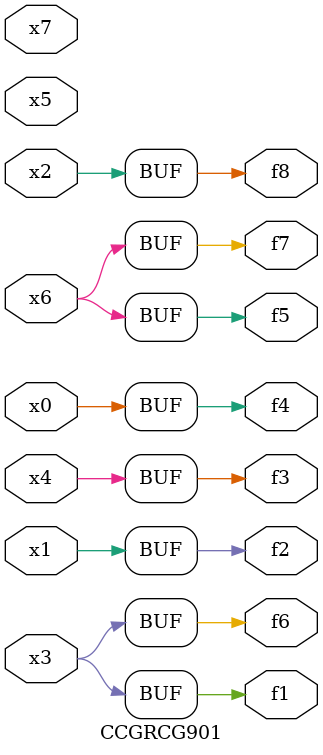
<source format=v>
module CCGRCG901(
	input x0, x1, x2, x3, x4, x5, x6, x7,
	output f1, f2, f3, f4, f5, f6, f7, f8
);
	assign f1 = x3;
	assign f2 = x1;
	assign f3 = x4;
	assign f4 = x0;
	assign f5 = x6;
	assign f6 = x3;
	assign f7 = x6;
	assign f8 = x2;
endmodule

</source>
